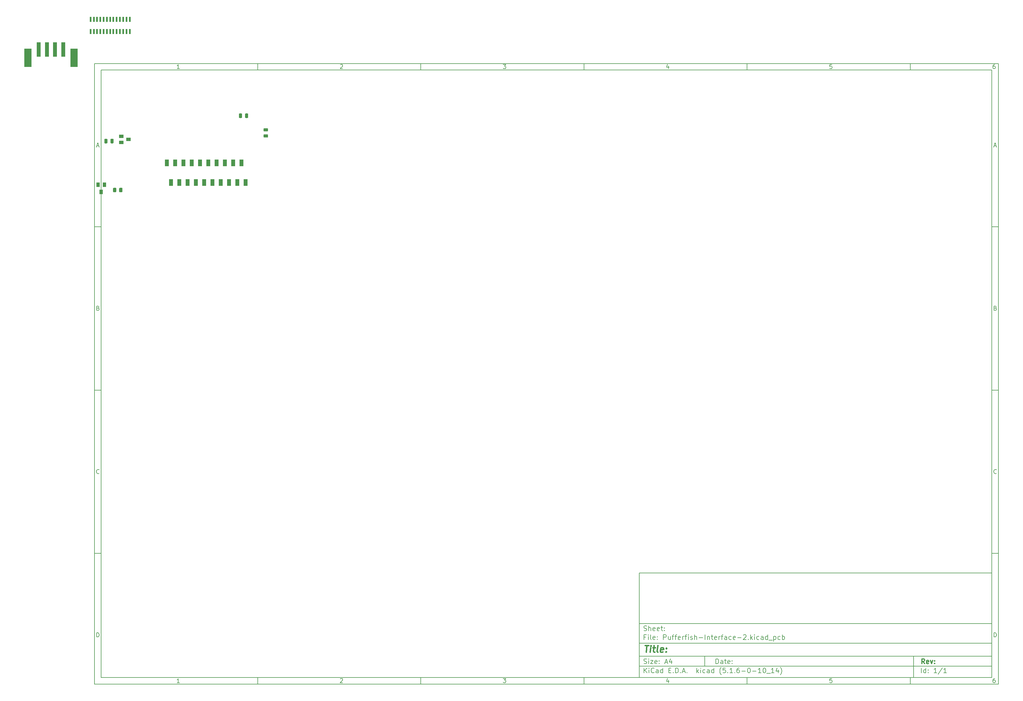
<source format=gbr>
G04 #@! TF.GenerationSoftware,KiCad,Pcbnew,(5.1.6-0-10_14)*
G04 #@! TF.CreationDate,2020-09-30T23:02:33-04:00*
G04 #@! TF.ProjectId,Pufferfish-Interface-2,50756666-6572-4666-9973-682d496e7465,rev?*
G04 #@! TF.SameCoordinates,Original*
G04 #@! TF.FileFunction,Paste,Bot*
G04 #@! TF.FilePolarity,Positive*
%FSLAX46Y46*%
G04 Gerber Fmt 4.6, Leading zero omitted, Abs format (unit mm)*
G04 Created by KiCad (PCBNEW (5.1.6-0-10_14)) date 2020-09-30 23:02:33*
%MOMM*%
%LPD*%
G01*
G04 APERTURE LIST*
%ADD10C,0.100000*%
%ADD11C,0.150000*%
%ADD12C,0.300000*%
%ADD13C,0.400000*%
%ADD14R,2.209800X5.588000*%
%ADD15R,1.193800X4.394200*%
%ADD16R,0.600000X1.650000*%
%ADD17R,1.193800X2.006600*%
%ADD18R,1.400000X1.000000*%
%ADD19R,1.000000X1.400000*%
G04 APERTURE END LIST*
D10*
D11*
X177002200Y-166007200D02*
X177002200Y-198007200D01*
X285002200Y-198007200D01*
X285002200Y-166007200D01*
X177002200Y-166007200D01*
D10*
D11*
X10000000Y-10000000D02*
X10000000Y-200007200D01*
X287002200Y-200007200D01*
X287002200Y-10000000D01*
X10000000Y-10000000D01*
D10*
D11*
X12000000Y-12000000D02*
X12000000Y-198007200D01*
X285002200Y-198007200D01*
X285002200Y-12000000D01*
X12000000Y-12000000D01*
D10*
D11*
X60000000Y-12000000D02*
X60000000Y-10000000D01*
D10*
D11*
X110000000Y-12000000D02*
X110000000Y-10000000D01*
D10*
D11*
X160000000Y-12000000D02*
X160000000Y-10000000D01*
D10*
D11*
X210000000Y-12000000D02*
X210000000Y-10000000D01*
D10*
D11*
X260000000Y-12000000D02*
X260000000Y-10000000D01*
D10*
D11*
X36065476Y-11588095D02*
X35322619Y-11588095D01*
X35694047Y-11588095D02*
X35694047Y-10288095D01*
X35570238Y-10473809D01*
X35446428Y-10597619D01*
X35322619Y-10659523D01*
D10*
D11*
X85322619Y-10411904D02*
X85384523Y-10350000D01*
X85508333Y-10288095D01*
X85817857Y-10288095D01*
X85941666Y-10350000D01*
X86003571Y-10411904D01*
X86065476Y-10535714D01*
X86065476Y-10659523D01*
X86003571Y-10845238D01*
X85260714Y-11588095D01*
X86065476Y-11588095D01*
D10*
D11*
X135260714Y-10288095D02*
X136065476Y-10288095D01*
X135632142Y-10783333D01*
X135817857Y-10783333D01*
X135941666Y-10845238D01*
X136003571Y-10907142D01*
X136065476Y-11030952D01*
X136065476Y-11340476D01*
X136003571Y-11464285D01*
X135941666Y-11526190D01*
X135817857Y-11588095D01*
X135446428Y-11588095D01*
X135322619Y-11526190D01*
X135260714Y-11464285D01*
D10*
D11*
X185941666Y-10721428D02*
X185941666Y-11588095D01*
X185632142Y-10226190D02*
X185322619Y-11154761D01*
X186127380Y-11154761D01*
D10*
D11*
X236003571Y-10288095D02*
X235384523Y-10288095D01*
X235322619Y-10907142D01*
X235384523Y-10845238D01*
X235508333Y-10783333D01*
X235817857Y-10783333D01*
X235941666Y-10845238D01*
X236003571Y-10907142D01*
X236065476Y-11030952D01*
X236065476Y-11340476D01*
X236003571Y-11464285D01*
X235941666Y-11526190D01*
X235817857Y-11588095D01*
X235508333Y-11588095D01*
X235384523Y-11526190D01*
X235322619Y-11464285D01*
D10*
D11*
X285941666Y-10288095D02*
X285694047Y-10288095D01*
X285570238Y-10350000D01*
X285508333Y-10411904D01*
X285384523Y-10597619D01*
X285322619Y-10845238D01*
X285322619Y-11340476D01*
X285384523Y-11464285D01*
X285446428Y-11526190D01*
X285570238Y-11588095D01*
X285817857Y-11588095D01*
X285941666Y-11526190D01*
X286003571Y-11464285D01*
X286065476Y-11340476D01*
X286065476Y-11030952D01*
X286003571Y-10907142D01*
X285941666Y-10845238D01*
X285817857Y-10783333D01*
X285570238Y-10783333D01*
X285446428Y-10845238D01*
X285384523Y-10907142D01*
X285322619Y-11030952D01*
D10*
D11*
X60000000Y-198007200D02*
X60000000Y-200007200D01*
D10*
D11*
X110000000Y-198007200D02*
X110000000Y-200007200D01*
D10*
D11*
X160000000Y-198007200D02*
X160000000Y-200007200D01*
D10*
D11*
X210000000Y-198007200D02*
X210000000Y-200007200D01*
D10*
D11*
X260000000Y-198007200D02*
X260000000Y-200007200D01*
D10*
D11*
X36065476Y-199595295D02*
X35322619Y-199595295D01*
X35694047Y-199595295D02*
X35694047Y-198295295D01*
X35570238Y-198481009D01*
X35446428Y-198604819D01*
X35322619Y-198666723D01*
D10*
D11*
X85322619Y-198419104D02*
X85384523Y-198357200D01*
X85508333Y-198295295D01*
X85817857Y-198295295D01*
X85941666Y-198357200D01*
X86003571Y-198419104D01*
X86065476Y-198542914D01*
X86065476Y-198666723D01*
X86003571Y-198852438D01*
X85260714Y-199595295D01*
X86065476Y-199595295D01*
D10*
D11*
X135260714Y-198295295D02*
X136065476Y-198295295D01*
X135632142Y-198790533D01*
X135817857Y-198790533D01*
X135941666Y-198852438D01*
X136003571Y-198914342D01*
X136065476Y-199038152D01*
X136065476Y-199347676D01*
X136003571Y-199471485D01*
X135941666Y-199533390D01*
X135817857Y-199595295D01*
X135446428Y-199595295D01*
X135322619Y-199533390D01*
X135260714Y-199471485D01*
D10*
D11*
X185941666Y-198728628D02*
X185941666Y-199595295D01*
X185632142Y-198233390D02*
X185322619Y-199161961D01*
X186127380Y-199161961D01*
D10*
D11*
X236003571Y-198295295D02*
X235384523Y-198295295D01*
X235322619Y-198914342D01*
X235384523Y-198852438D01*
X235508333Y-198790533D01*
X235817857Y-198790533D01*
X235941666Y-198852438D01*
X236003571Y-198914342D01*
X236065476Y-199038152D01*
X236065476Y-199347676D01*
X236003571Y-199471485D01*
X235941666Y-199533390D01*
X235817857Y-199595295D01*
X235508333Y-199595295D01*
X235384523Y-199533390D01*
X235322619Y-199471485D01*
D10*
D11*
X285941666Y-198295295D02*
X285694047Y-198295295D01*
X285570238Y-198357200D01*
X285508333Y-198419104D01*
X285384523Y-198604819D01*
X285322619Y-198852438D01*
X285322619Y-199347676D01*
X285384523Y-199471485D01*
X285446428Y-199533390D01*
X285570238Y-199595295D01*
X285817857Y-199595295D01*
X285941666Y-199533390D01*
X286003571Y-199471485D01*
X286065476Y-199347676D01*
X286065476Y-199038152D01*
X286003571Y-198914342D01*
X285941666Y-198852438D01*
X285817857Y-198790533D01*
X285570238Y-198790533D01*
X285446428Y-198852438D01*
X285384523Y-198914342D01*
X285322619Y-199038152D01*
D10*
D11*
X10000000Y-60000000D02*
X12000000Y-60000000D01*
D10*
D11*
X10000000Y-110000000D02*
X12000000Y-110000000D01*
D10*
D11*
X10000000Y-160000000D02*
X12000000Y-160000000D01*
D10*
D11*
X10690476Y-35216666D02*
X11309523Y-35216666D01*
X10566666Y-35588095D02*
X11000000Y-34288095D01*
X11433333Y-35588095D01*
D10*
D11*
X11092857Y-84907142D02*
X11278571Y-84969047D01*
X11340476Y-85030952D01*
X11402380Y-85154761D01*
X11402380Y-85340476D01*
X11340476Y-85464285D01*
X11278571Y-85526190D01*
X11154761Y-85588095D01*
X10659523Y-85588095D01*
X10659523Y-84288095D01*
X11092857Y-84288095D01*
X11216666Y-84350000D01*
X11278571Y-84411904D01*
X11340476Y-84535714D01*
X11340476Y-84659523D01*
X11278571Y-84783333D01*
X11216666Y-84845238D01*
X11092857Y-84907142D01*
X10659523Y-84907142D01*
D10*
D11*
X11402380Y-135464285D02*
X11340476Y-135526190D01*
X11154761Y-135588095D01*
X11030952Y-135588095D01*
X10845238Y-135526190D01*
X10721428Y-135402380D01*
X10659523Y-135278571D01*
X10597619Y-135030952D01*
X10597619Y-134845238D01*
X10659523Y-134597619D01*
X10721428Y-134473809D01*
X10845238Y-134350000D01*
X11030952Y-134288095D01*
X11154761Y-134288095D01*
X11340476Y-134350000D01*
X11402380Y-134411904D01*
D10*
D11*
X10659523Y-185588095D02*
X10659523Y-184288095D01*
X10969047Y-184288095D01*
X11154761Y-184350000D01*
X11278571Y-184473809D01*
X11340476Y-184597619D01*
X11402380Y-184845238D01*
X11402380Y-185030952D01*
X11340476Y-185278571D01*
X11278571Y-185402380D01*
X11154761Y-185526190D01*
X10969047Y-185588095D01*
X10659523Y-185588095D01*
D10*
D11*
X287002200Y-60000000D02*
X285002200Y-60000000D01*
D10*
D11*
X287002200Y-110000000D02*
X285002200Y-110000000D01*
D10*
D11*
X287002200Y-160000000D02*
X285002200Y-160000000D01*
D10*
D11*
X285692676Y-35216666D02*
X286311723Y-35216666D01*
X285568866Y-35588095D02*
X286002200Y-34288095D01*
X286435533Y-35588095D01*
D10*
D11*
X286095057Y-84907142D02*
X286280771Y-84969047D01*
X286342676Y-85030952D01*
X286404580Y-85154761D01*
X286404580Y-85340476D01*
X286342676Y-85464285D01*
X286280771Y-85526190D01*
X286156961Y-85588095D01*
X285661723Y-85588095D01*
X285661723Y-84288095D01*
X286095057Y-84288095D01*
X286218866Y-84350000D01*
X286280771Y-84411904D01*
X286342676Y-84535714D01*
X286342676Y-84659523D01*
X286280771Y-84783333D01*
X286218866Y-84845238D01*
X286095057Y-84907142D01*
X285661723Y-84907142D01*
D10*
D11*
X286404580Y-135464285D02*
X286342676Y-135526190D01*
X286156961Y-135588095D01*
X286033152Y-135588095D01*
X285847438Y-135526190D01*
X285723628Y-135402380D01*
X285661723Y-135278571D01*
X285599819Y-135030952D01*
X285599819Y-134845238D01*
X285661723Y-134597619D01*
X285723628Y-134473809D01*
X285847438Y-134350000D01*
X286033152Y-134288095D01*
X286156961Y-134288095D01*
X286342676Y-134350000D01*
X286404580Y-134411904D01*
D10*
D11*
X285661723Y-185588095D02*
X285661723Y-184288095D01*
X285971247Y-184288095D01*
X286156961Y-184350000D01*
X286280771Y-184473809D01*
X286342676Y-184597619D01*
X286404580Y-184845238D01*
X286404580Y-185030952D01*
X286342676Y-185278571D01*
X286280771Y-185402380D01*
X286156961Y-185526190D01*
X285971247Y-185588095D01*
X285661723Y-185588095D01*
D10*
D11*
X200434342Y-193785771D02*
X200434342Y-192285771D01*
X200791485Y-192285771D01*
X201005771Y-192357200D01*
X201148628Y-192500057D01*
X201220057Y-192642914D01*
X201291485Y-192928628D01*
X201291485Y-193142914D01*
X201220057Y-193428628D01*
X201148628Y-193571485D01*
X201005771Y-193714342D01*
X200791485Y-193785771D01*
X200434342Y-193785771D01*
X202577200Y-193785771D02*
X202577200Y-193000057D01*
X202505771Y-192857200D01*
X202362914Y-192785771D01*
X202077200Y-192785771D01*
X201934342Y-192857200D01*
X202577200Y-193714342D02*
X202434342Y-193785771D01*
X202077200Y-193785771D01*
X201934342Y-193714342D01*
X201862914Y-193571485D01*
X201862914Y-193428628D01*
X201934342Y-193285771D01*
X202077200Y-193214342D01*
X202434342Y-193214342D01*
X202577200Y-193142914D01*
X203077200Y-192785771D02*
X203648628Y-192785771D01*
X203291485Y-192285771D02*
X203291485Y-193571485D01*
X203362914Y-193714342D01*
X203505771Y-193785771D01*
X203648628Y-193785771D01*
X204720057Y-193714342D02*
X204577200Y-193785771D01*
X204291485Y-193785771D01*
X204148628Y-193714342D01*
X204077200Y-193571485D01*
X204077200Y-193000057D01*
X204148628Y-192857200D01*
X204291485Y-192785771D01*
X204577200Y-192785771D01*
X204720057Y-192857200D01*
X204791485Y-193000057D01*
X204791485Y-193142914D01*
X204077200Y-193285771D01*
X205434342Y-193642914D02*
X205505771Y-193714342D01*
X205434342Y-193785771D01*
X205362914Y-193714342D01*
X205434342Y-193642914D01*
X205434342Y-193785771D01*
X205434342Y-192857200D02*
X205505771Y-192928628D01*
X205434342Y-193000057D01*
X205362914Y-192928628D01*
X205434342Y-192857200D01*
X205434342Y-193000057D01*
D10*
D11*
X177002200Y-194507200D02*
X285002200Y-194507200D01*
D10*
D11*
X178434342Y-196585771D02*
X178434342Y-195085771D01*
X179291485Y-196585771D02*
X178648628Y-195728628D01*
X179291485Y-195085771D02*
X178434342Y-195942914D01*
X179934342Y-196585771D02*
X179934342Y-195585771D01*
X179934342Y-195085771D02*
X179862914Y-195157200D01*
X179934342Y-195228628D01*
X180005771Y-195157200D01*
X179934342Y-195085771D01*
X179934342Y-195228628D01*
X181505771Y-196442914D02*
X181434342Y-196514342D01*
X181220057Y-196585771D01*
X181077200Y-196585771D01*
X180862914Y-196514342D01*
X180720057Y-196371485D01*
X180648628Y-196228628D01*
X180577200Y-195942914D01*
X180577200Y-195728628D01*
X180648628Y-195442914D01*
X180720057Y-195300057D01*
X180862914Y-195157200D01*
X181077200Y-195085771D01*
X181220057Y-195085771D01*
X181434342Y-195157200D01*
X181505771Y-195228628D01*
X182791485Y-196585771D02*
X182791485Y-195800057D01*
X182720057Y-195657200D01*
X182577200Y-195585771D01*
X182291485Y-195585771D01*
X182148628Y-195657200D01*
X182791485Y-196514342D02*
X182648628Y-196585771D01*
X182291485Y-196585771D01*
X182148628Y-196514342D01*
X182077200Y-196371485D01*
X182077200Y-196228628D01*
X182148628Y-196085771D01*
X182291485Y-196014342D01*
X182648628Y-196014342D01*
X182791485Y-195942914D01*
X184148628Y-196585771D02*
X184148628Y-195085771D01*
X184148628Y-196514342D02*
X184005771Y-196585771D01*
X183720057Y-196585771D01*
X183577200Y-196514342D01*
X183505771Y-196442914D01*
X183434342Y-196300057D01*
X183434342Y-195871485D01*
X183505771Y-195728628D01*
X183577200Y-195657200D01*
X183720057Y-195585771D01*
X184005771Y-195585771D01*
X184148628Y-195657200D01*
X186005771Y-195800057D02*
X186505771Y-195800057D01*
X186720057Y-196585771D02*
X186005771Y-196585771D01*
X186005771Y-195085771D01*
X186720057Y-195085771D01*
X187362914Y-196442914D02*
X187434342Y-196514342D01*
X187362914Y-196585771D01*
X187291485Y-196514342D01*
X187362914Y-196442914D01*
X187362914Y-196585771D01*
X188077200Y-196585771D02*
X188077200Y-195085771D01*
X188434342Y-195085771D01*
X188648628Y-195157200D01*
X188791485Y-195300057D01*
X188862914Y-195442914D01*
X188934342Y-195728628D01*
X188934342Y-195942914D01*
X188862914Y-196228628D01*
X188791485Y-196371485D01*
X188648628Y-196514342D01*
X188434342Y-196585771D01*
X188077200Y-196585771D01*
X189577200Y-196442914D02*
X189648628Y-196514342D01*
X189577200Y-196585771D01*
X189505771Y-196514342D01*
X189577200Y-196442914D01*
X189577200Y-196585771D01*
X190220057Y-196157200D02*
X190934342Y-196157200D01*
X190077200Y-196585771D02*
X190577200Y-195085771D01*
X191077200Y-196585771D01*
X191577200Y-196442914D02*
X191648628Y-196514342D01*
X191577200Y-196585771D01*
X191505771Y-196514342D01*
X191577200Y-196442914D01*
X191577200Y-196585771D01*
X194577200Y-196585771D02*
X194577200Y-195085771D01*
X194720057Y-196014342D02*
X195148628Y-196585771D01*
X195148628Y-195585771D02*
X194577200Y-196157200D01*
X195791485Y-196585771D02*
X195791485Y-195585771D01*
X195791485Y-195085771D02*
X195720057Y-195157200D01*
X195791485Y-195228628D01*
X195862914Y-195157200D01*
X195791485Y-195085771D01*
X195791485Y-195228628D01*
X197148628Y-196514342D02*
X197005771Y-196585771D01*
X196720057Y-196585771D01*
X196577200Y-196514342D01*
X196505771Y-196442914D01*
X196434342Y-196300057D01*
X196434342Y-195871485D01*
X196505771Y-195728628D01*
X196577200Y-195657200D01*
X196720057Y-195585771D01*
X197005771Y-195585771D01*
X197148628Y-195657200D01*
X198434342Y-196585771D02*
X198434342Y-195800057D01*
X198362914Y-195657200D01*
X198220057Y-195585771D01*
X197934342Y-195585771D01*
X197791485Y-195657200D01*
X198434342Y-196514342D02*
X198291485Y-196585771D01*
X197934342Y-196585771D01*
X197791485Y-196514342D01*
X197720057Y-196371485D01*
X197720057Y-196228628D01*
X197791485Y-196085771D01*
X197934342Y-196014342D01*
X198291485Y-196014342D01*
X198434342Y-195942914D01*
X199791485Y-196585771D02*
X199791485Y-195085771D01*
X199791485Y-196514342D02*
X199648628Y-196585771D01*
X199362914Y-196585771D01*
X199220057Y-196514342D01*
X199148628Y-196442914D01*
X199077200Y-196300057D01*
X199077200Y-195871485D01*
X199148628Y-195728628D01*
X199220057Y-195657200D01*
X199362914Y-195585771D01*
X199648628Y-195585771D01*
X199791485Y-195657200D01*
X202077200Y-197157200D02*
X202005771Y-197085771D01*
X201862914Y-196871485D01*
X201791485Y-196728628D01*
X201720057Y-196514342D01*
X201648628Y-196157200D01*
X201648628Y-195871485D01*
X201720057Y-195514342D01*
X201791485Y-195300057D01*
X201862914Y-195157200D01*
X202005771Y-194942914D01*
X202077200Y-194871485D01*
X203362914Y-195085771D02*
X202648628Y-195085771D01*
X202577200Y-195800057D01*
X202648628Y-195728628D01*
X202791485Y-195657200D01*
X203148628Y-195657200D01*
X203291485Y-195728628D01*
X203362914Y-195800057D01*
X203434342Y-195942914D01*
X203434342Y-196300057D01*
X203362914Y-196442914D01*
X203291485Y-196514342D01*
X203148628Y-196585771D01*
X202791485Y-196585771D01*
X202648628Y-196514342D01*
X202577200Y-196442914D01*
X204077200Y-196442914D02*
X204148628Y-196514342D01*
X204077200Y-196585771D01*
X204005771Y-196514342D01*
X204077200Y-196442914D01*
X204077200Y-196585771D01*
X205577200Y-196585771D02*
X204720057Y-196585771D01*
X205148628Y-196585771D02*
X205148628Y-195085771D01*
X205005771Y-195300057D01*
X204862914Y-195442914D01*
X204720057Y-195514342D01*
X206220057Y-196442914D02*
X206291485Y-196514342D01*
X206220057Y-196585771D01*
X206148628Y-196514342D01*
X206220057Y-196442914D01*
X206220057Y-196585771D01*
X207577200Y-195085771D02*
X207291485Y-195085771D01*
X207148628Y-195157200D01*
X207077200Y-195228628D01*
X206934342Y-195442914D01*
X206862914Y-195728628D01*
X206862914Y-196300057D01*
X206934342Y-196442914D01*
X207005771Y-196514342D01*
X207148628Y-196585771D01*
X207434342Y-196585771D01*
X207577200Y-196514342D01*
X207648628Y-196442914D01*
X207720057Y-196300057D01*
X207720057Y-195942914D01*
X207648628Y-195800057D01*
X207577200Y-195728628D01*
X207434342Y-195657200D01*
X207148628Y-195657200D01*
X207005771Y-195728628D01*
X206934342Y-195800057D01*
X206862914Y-195942914D01*
X208362914Y-196014342D02*
X209505771Y-196014342D01*
X210505771Y-195085771D02*
X210648628Y-195085771D01*
X210791485Y-195157200D01*
X210862914Y-195228628D01*
X210934342Y-195371485D01*
X211005771Y-195657200D01*
X211005771Y-196014342D01*
X210934342Y-196300057D01*
X210862914Y-196442914D01*
X210791485Y-196514342D01*
X210648628Y-196585771D01*
X210505771Y-196585771D01*
X210362914Y-196514342D01*
X210291485Y-196442914D01*
X210220057Y-196300057D01*
X210148628Y-196014342D01*
X210148628Y-195657200D01*
X210220057Y-195371485D01*
X210291485Y-195228628D01*
X210362914Y-195157200D01*
X210505771Y-195085771D01*
X211648628Y-196014342D02*
X212791485Y-196014342D01*
X214291485Y-196585771D02*
X213434342Y-196585771D01*
X213862914Y-196585771D02*
X213862914Y-195085771D01*
X213720057Y-195300057D01*
X213577200Y-195442914D01*
X213434342Y-195514342D01*
X215220057Y-195085771D02*
X215362914Y-195085771D01*
X215505771Y-195157200D01*
X215577200Y-195228628D01*
X215648628Y-195371485D01*
X215720057Y-195657200D01*
X215720057Y-196014342D01*
X215648628Y-196300057D01*
X215577200Y-196442914D01*
X215505771Y-196514342D01*
X215362914Y-196585771D01*
X215220057Y-196585771D01*
X215077200Y-196514342D01*
X215005771Y-196442914D01*
X214934342Y-196300057D01*
X214862914Y-196014342D01*
X214862914Y-195657200D01*
X214934342Y-195371485D01*
X215005771Y-195228628D01*
X215077200Y-195157200D01*
X215220057Y-195085771D01*
X216005771Y-196728628D02*
X217148628Y-196728628D01*
X218291485Y-196585771D02*
X217434342Y-196585771D01*
X217862914Y-196585771D02*
X217862914Y-195085771D01*
X217720057Y-195300057D01*
X217577200Y-195442914D01*
X217434342Y-195514342D01*
X219577200Y-195585771D02*
X219577200Y-196585771D01*
X219220057Y-195014342D02*
X218862914Y-196085771D01*
X219791485Y-196085771D01*
X220220057Y-197157200D02*
X220291485Y-197085771D01*
X220434342Y-196871485D01*
X220505771Y-196728628D01*
X220577200Y-196514342D01*
X220648628Y-196157200D01*
X220648628Y-195871485D01*
X220577200Y-195514342D01*
X220505771Y-195300057D01*
X220434342Y-195157200D01*
X220291485Y-194942914D01*
X220220057Y-194871485D01*
D10*
D11*
X177002200Y-191507200D02*
X285002200Y-191507200D01*
D10*
D12*
X264411485Y-193785771D02*
X263911485Y-193071485D01*
X263554342Y-193785771D02*
X263554342Y-192285771D01*
X264125771Y-192285771D01*
X264268628Y-192357200D01*
X264340057Y-192428628D01*
X264411485Y-192571485D01*
X264411485Y-192785771D01*
X264340057Y-192928628D01*
X264268628Y-193000057D01*
X264125771Y-193071485D01*
X263554342Y-193071485D01*
X265625771Y-193714342D02*
X265482914Y-193785771D01*
X265197200Y-193785771D01*
X265054342Y-193714342D01*
X264982914Y-193571485D01*
X264982914Y-193000057D01*
X265054342Y-192857200D01*
X265197200Y-192785771D01*
X265482914Y-192785771D01*
X265625771Y-192857200D01*
X265697200Y-193000057D01*
X265697200Y-193142914D01*
X264982914Y-193285771D01*
X266197200Y-192785771D02*
X266554342Y-193785771D01*
X266911485Y-192785771D01*
X267482914Y-193642914D02*
X267554342Y-193714342D01*
X267482914Y-193785771D01*
X267411485Y-193714342D01*
X267482914Y-193642914D01*
X267482914Y-193785771D01*
X267482914Y-192857200D02*
X267554342Y-192928628D01*
X267482914Y-193000057D01*
X267411485Y-192928628D01*
X267482914Y-192857200D01*
X267482914Y-193000057D01*
D10*
D11*
X178362914Y-193714342D02*
X178577200Y-193785771D01*
X178934342Y-193785771D01*
X179077200Y-193714342D01*
X179148628Y-193642914D01*
X179220057Y-193500057D01*
X179220057Y-193357200D01*
X179148628Y-193214342D01*
X179077200Y-193142914D01*
X178934342Y-193071485D01*
X178648628Y-193000057D01*
X178505771Y-192928628D01*
X178434342Y-192857200D01*
X178362914Y-192714342D01*
X178362914Y-192571485D01*
X178434342Y-192428628D01*
X178505771Y-192357200D01*
X178648628Y-192285771D01*
X179005771Y-192285771D01*
X179220057Y-192357200D01*
X179862914Y-193785771D02*
X179862914Y-192785771D01*
X179862914Y-192285771D02*
X179791485Y-192357200D01*
X179862914Y-192428628D01*
X179934342Y-192357200D01*
X179862914Y-192285771D01*
X179862914Y-192428628D01*
X180434342Y-192785771D02*
X181220057Y-192785771D01*
X180434342Y-193785771D01*
X181220057Y-193785771D01*
X182362914Y-193714342D02*
X182220057Y-193785771D01*
X181934342Y-193785771D01*
X181791485Y-193714342D01*
X181720057Y-193571485D01*
X181720057Y-193000057D01*
X181791485Y-192857200D01*
X181934342Y-192785771D01*
X182220057Y-192785771D01*
X182362914Y-192857200D01*
X182434342Y-193000057D01*
X182434342Y-193142914D01*
X181720057Y-193285771D01*
X183077200Y-193642914D02*
X183148628Y-193714342D01*
X183077200Y-193785771D01*
X183005771Y-193714342D01*
X183077200Y-193642914D01*
X183077200Y-193785771D01*
X183077200Y-192857200D02*
X183148628Y-192928628D01*
X183077200Y-193000057D01*
X183005771Y-192928628D01*
X183077200Y-192857200D01*
X183077200Y-193000057D01*
X184862914Y-193357200D02*
X185577200Y-193357200D01*
X184720057Y-193785771D02*
X185220057Y-192285771D01*
X185720057Y-193785771D01*
X186862914Y-192785771D02*
X186862914Y-193785771D01*
X186505771Y-192214342D02*
X186148628Y-193285771D01*
X187077200Y-193285771D01*
D10*
D11*
X263434342Y-196585771D02*
X263434342Y-195085771D01*
X264791485Y-196585771D02*
X264791485Y-195085771D01*
X264791485Y-196514342D02*
X264648628Y-196585771D01*
X264362914Y-196585771D01*
X264220057Y-196514342D01*
X264148628Y-196442914D01*
X264077200Y-196300057D01*
X264077200Y-195871485D01*
X264148628Y-195728628D01*
X264220057Y-195657200D01*
X264362914Y-195585771D01*
X264648628Y-195585771D01*
X264791485Y-195657200D01*
X265505771Y-196442914D02*
X265577200Y-196514342D01*
X265505771Y-196585771D01*
X265434342Y-196514342D01*
X265505771Y-196442914D01*
X265505771Y-196585771D01*
X265505771Y-195657200D02*
X265577200Y-195728628D01*
X265505771Y-195800057D01*
X265434342Y-195728628D01*
X265505771Y-195657200D01*
X265505771Y-195800057D01*
X268148628Y-196585771D02*
X267291485Y-196585771D01*
X267720057Y-196585771D02*
X267720057Y-195085771D01*
X267577200Y-195300057D01*
X267434342Y-195442914D01*
X267291485Y-195514342D01*
X269862914Y-195014342D02*
X268577200Y-196942914D01*
X271148628Y-196585771D02*
X270291485Y-196585771D01*
X270720057Y-196585771D02*
X270720057Y-195085771D01*
X270577200Y-195300057D01*
X270434342Y-195442914D01*
X270291485Y-195514342D01*
D10*
D11*
X177002200Y-187507200D02*
X285002200Y-187507200D01*
D10*
D13*
X178714580Y-188211961D02*
X179857438Y-188211961D01*
X179036009Y-190211961D02*
X179286009Y-188211961D01*
X180274104Y-190211961D02*
X180440771Y-188878628D01*
X180524104Y-188211961D02*
X180416961Y-188307200D01*
X180500295Y-188402438D01*
X180607438Y-188307200D01*
X180524104Y-188211961D01*
X180500295Y-188402438D01*
X181107438Y-188878628D02*
X181869342Y-188878628D01*
X181476485Y-188211961D02*
X181262200Y-189926247D01*
X181333628Y-190116723D01*
X181512200Y-190211961D01*
X181702676Y-190211961D01*
X182655057Y-190211961D02*
X182476485Y-190116723D01*
X182405057Y-189926247D01*
X182619342Y-188211961D01*
X184190771Y-190116723D02*
X183988390Y-190211961D01*
X183607438Y-190211961D01*
X183428866Y-190116723D01*
X183357438Y-189926247D01*
X183452676Y-189164342D01*
X183571723Y-188973866D01*
X183774104Y-188878628D01*
X184155057Y-188878628D01*
X184333628Y-188973866D01*
X184405057Y-189164342D01*
X184381247Y-189354819D01*
X183405057Y-189545295D01*
X185155057Y-190021485D02*
X185238390Y-190116723D01*
X185131247Y-190211961D01*
X185047914Y-190116723D01*
X185155057Y-190021485D01*
X185131247Y-190211961D01*
X185286009Y-188973866D02*
X185369342Y-189069104D01*
X185262200Y-189164342D01*
X185178866Y-189069104D01*
X185286009Y-188973866D01*
X185262200Y-189164342D01*
D10*
D11*
X178934342Y-185600057D02*
X178434342Y-185600057D01*
X178434342Y-186385771D02*
X178434342Y-184885771D01*
X179148628Y-184885771D01*
X179720057Y-186385771D02*
X179720057Y-185385771D01*
X179720057Y-184885771D02*
X179648628Y-184957200D01*
X179720057Y-185028628D01*
X179791485Y-184957200D01*
X179720057Y-184885771D01*
X179720057Y-185028628D01*
X180648628Y-186385771D02*
X180505771Y-186314342D01*
X180434342Y-186171485D01*
X180434342Y-184885771D01*
X181791485Y-186314342D02*
X181648628Y-186385771D01*
X181362914Y-186385771D01*
X181220057Y-186314342D01*
X181148628Y-186171485D01*
X181148628Y-185600057D01*
X181220057Y-185457200D01*
X181362914Y-185385771D01*
X181648628Y-185385771D01*
X181791485Y-185457200D01*
X181862914Y-185600057D01*
X181862914Y-185742914D01*
X181148628Y-185885771D01*
X182505771Y-186242914D02*
X182577200Y-186314342D01*
X182505771Y-186385771D01*
X182434342Y-186314342D01*
X182505771Y-186242914D01*
X182505771Y-186385771D01*
X182505771Y-185457200D02*
X182577200Y-185528628D01*
X182505771Y-185600057D01*
X182434342Y-185528628D01*
X182505771Y-185457200D01*
X182505771Y-185600057D01*
X184362914Y-186385771D02*
X184362914Y-184885771D01*
X184934342Y-184885771D01*
X185077200Y-184957200D01*
X185148628Y-185028628D01*
X185220057Y-185171485D01*
X185220057Y-185385771D01*
X185148628Y-185528628D01*
X185077200Y-185600057D01*
X184934342Y-185671485D01*
X184362914Y-185671485D01*
X186505771Y-185385771D02*
X186505771Y-186385771D01*
X185862914Y-185385771D02*
X185862914Y-186171485D01*
X185934342Y-186314342D01*
X186077200Y-186385771D01*
X186291485Y-186385771D01*
X186434342Y-186314342D01*
X186505771Y-186242914D01*
X187005771Y-185385771D02*
X187577200Y-185385771D01*
X187220057Y-186385771D02*
X187220057Y-185100057D01*
X187291485Y-184957200D01*
X187434342Y-184885771D01*
X187577200Y-184885771D01*
X187862914Y-185385771D02*
X188434342Y-185385771D01*
X188077200Y-186385771D02*
X188077200Y-185100057D01*
X188148628Y-184957200D01*
X188291485Y-184885771D01*
X188434342Y-184885771D01*
X189505771Y-186314342D02*
X189362914Y-186385771D01*
X189077200Y-186385771D01*
X188934342Y-186314342D01*
X188862914Y-186171485D01*
X188862914Y-185600057D01*
X188934342Y-185457200D01*
X189077200Y-185385771D01*
X189362914Y-185385771D01*
X189505771Y-185457200D01*
X189577200Y-185600057D01*
X189577200Y-185742914D01*
X188862914Y-185885771D01*
X190220057Y-186385771D02*
X190220057Y-185385771D01*
X190220057Y-185671485D02*
X190291485Y-185528628D01*
X190362914Y-185457200D01*
X190505771Y-185385771D01*
X190648628Y-185385771D01*
X190934342Y-185385771D02*
X191505771Y-185385771D01*
X191148628Y-186385771D02*
X191148628Y-185100057D01*
X191220057Y-184957200D01*
X191362914Y-184885771D01*
X191505771Y-184885771D01*
X192005771Y-186385771D02*
X192005771Y-185385771D01*
X192005771Y-184885771D02*
X191934342Y-184957200D01*
X192005771Y-185028628D01*
X192077200Y-184957200D01*
X192005771Y-184885771D01*
X192005771Y-185028628D01*
X192648628Y-186314342D02*
X192791485Y-186385771D01*
X193077200Y-186385771D01*
X193220057Y-186314342D01*
X193291485Y-186171485D01*
X193291485Y-186100057D01*
X193220057Y-185957200D01*
X193077200Y-185885771D01*
X192862914Y-185885771D01*
X192720057Y-185814342D01*
X192648628Y-185671485D01*
X192648628Y-185600057D01*
X192720057Y-185457200D01*
X192862914Y-185385771D01*
X193077200Y-185385771D01*
X193220057Y-185457200D01*
X193934342Y-186385771D02*
X193934342Y-184885771D01*
X194577200Y-186385771D02*
X194577200Y-185600057D01*
X194505771Y-185457200D01*
X194362914Y-185385771D01*
X194148628Y-185385771D01*
X194005771Y-185457200D01*
X193934342Y-185528628D01*
X195291485Y-185814342D02*
X196434342Y-185814342D01*
X197148628Y-186385771D02*
X197148628Y-184885771D01*
X197862914Y-185385771D02*
X197862914Y-186385771D01*
X197862914Y-185528628D02*
X197934342Y-185457200D01*
X198077200Y-185385771D01*
X198291485Y-185385771D01*
X198434342Y-185457200D01*
X198505771Y-185600057D01*
X198505771Y-186385771D01*
X199005771Y-185385771D02*
X199577200Y-185385771D01*
X199220057Y-184885771D02*
X199220057Y-186171485D01*
X199291485Y-186314342D01*
X199434342Y-186385771D01*
X199577200Y-186385771D01*
X200648628Y-186314342D02*
X200505771Y-186385771D01*
X200220057Y-186385771D01*
X200077200Y-186314342D01*
X200005771Y-186171485D01*
X200005771Y-185600057D01*
X200077200Y-185457200D01*
X200220057Y-185385771D01*
X200505771Y-185385771D01*
X200648628Y-185457200D01*
X200720057Y-185600057D01*
X200720057Y-185742914D01*
X200005771Y-185885771D01*
X201362914Y-186385771D02*
X201362914Y-185385771D01*
X201362914Y-185671485D02*
X201434342Y-185528628D01*
X201505771Y-185457200D01*
X201648628Y-185385771D01*
X201791485Y-185385771D01*
X202077200Y-185385771D02*
X202648628Y-185385771D01*
X202291485Y-186385771D02*
X202291485Y-185100057D01*
X202362914Y-184957200D01*
X202505771Y-184885771D01*
X202648628Y-184885771D01*
X203791485Y-186385771D02*
X203791485Y-185600057D01*
X203720057Y-185457200D01*
X203577200Y-185385771D01*
X203291485Y-185385771D01*
X203148628Y-185457200D01*
X203791485Y-186314342D02*
X203648628Y-186385771D01*
X203291485Y-186385771D01*
X203148628Y-186314342D01*
X203077200Y-186171485D01*
X203077200Y-186028628D01*
X203148628Y-185885771D01*
X203291485Y-185814342D01*
X203648628Y-185814342D01*
X203791485Y-185742914D01*
X205148628Y-186314342D02*
X205005771Y-186385771D01*
X204720057Y-186385771D01*
X204577200Y-186314342D01*
X204505771Y-186242914D01*
X204434342Y-186100057D01*
X204434342Y-185671485D01*
X204505771Y-185528628D01*
X204577200Y-185457200D01*
X204720057Y-185385771D01*
X205005771Y-185385771D01*
X205148628Y-185457200D01*
X206362914Y-186314342D02*
X206220057Y-186385771D01*
X205934342Y-186385771D01*
X205791485Y-186314342D01*
X205720057Y-186171485D01*
X205720057Y-185600057D01*
X205791485Y-185457200D01*
X205934342Y-185385771D01*
X206220057Y-185385771D01*
X206362914Y-185457200D01*
X206434342Y-185600057D01*
X206434342Y-185742914D01*
X205720057Y-185885771D01*
X207077200Y-185814342D02*
X208220057Y-185814342D01*
X208862914Y-185028628D02*
X208934342Y-184957200D01*
X209077200Y-184885771D01*
X209434342Y-184885771D01*
X209577200Y-184957200D01*
X209648628Y-185028628D01*
X209720057Y-185171485D01*
X209720057Y-185314342D01*
X209648628Y-185528628D01*
X208791485Y-186385771D01*
X209720057Y-186385771D01*
X210362914Y-186242914D02*
X210434342Y-186314342D01*
X210362914Y-186385771D01*
X210291485Y-186314342D01*
X210362914Y-186242914D01*
X210362914Y-186385771D01*
X211077200Y-186385771D02*
X211077200Y-184885771D01*
X211220057Y-185814342D02*
X211648628Y-186385771D01*
X211648628Y-185385771D02*
X211077200Y-185957200D01*
X212291485Y-186385771D02*
X212291485Y-185385771D01*
X212291485Y-184885771D02*
X212220057Y-184957200D01*
X212291485Y-185028628D01*
X212362914Y-184957200D01*
X212291485Y-184885771D01*
X212291485Y-185028628D01*
X213648628Y-186314342D02*
X213505771Y-186385771D01*
X213220057Y-186385771D01*
X213077200Y-186314342D01*
X213005771Y-186242914D01*
X212934342Y-186100057D01*
X212934342Y-185671485D01*
X213005771Y-185528628D01*
X213077200Y-185457200D01*
X213220057Y-185385771D01*
X213505771Y-185385771D01*
X213648628Y-185457200D01*
X214934342Y-186385771D02*
X214934342Y-185600057D01*
X214862914Y-185457200D01*
X214720057Y-185385771D01*
X214434342Y-185385771D01*
X214291485Y-185457200D01*
X214934342Y-186314342D02*
X214791485Y-186385771D01*
X214434342Y-186385771D01*
X214291485Y-186314342D01*
X214220057Y-186171485D01*
X214220057Y-186028628D01*
X214291485Y-185885771D01*
X214434342Y-185814342D01*
X214791485Y-185814342D01*
X214934342Y-185742914D01*
X216291485Y-186385771D02*
X216291485Y-184885771D01*
X216291485Y-186314342D02*
X216148628Y-186385771D01*
X215862914Y-186385771D01*
X215720057Y-186314342D01*
X215648628Y-186242914D01*
X215577200Y-186100057D01*
X215577200Y-185671485D01*
X215648628Y-185528628D01*
X215720057Y-185457200D01*
X215862914Y-185385771D01*
X216148628Y-185385771D01*
X216291485Y-185457200D01*
X216648628Y-186528628D02*
X217791485Y-186528628D01*
X218148628Y-185385771D02*
X218148628Y-186885771D01*
X218148628Y-185457200D02*
X218291485Y-185385771D01*
X218577200Y-185385771D01*
X218720057Y-185457200D01*
X218791485Y-185528628D01*
X218862914Y-185671485D01*
X218862914Y-186100057D01*
X218791485Y-186242914D01*
X218720057Y-186314342D01*
X218577200Y-186385771D01*
X218291485Y-186385771D01*
X218148628Y-186314342D01*
X220148628Y-186314342D02*
X220005771Y-186385771D01*
X219720057Y-186385771D01*
X219577200Y-186314342D01*
X219505771Y-186242914D01*
X219434342Y-186100057D01*
X219434342Y-185671485D01*
X219505771Y-185528628D01*
X219577200Y-185457200D01*
X219720057Y-185385771D01*
X220005771Y-185385771D01*
X220148628Y-185457200D01*
X220791485Y-186385771D02*
X220791485Y-184885771D01*
X220791485Y-185457200D02*
X220934342Y-185385771D01*
X221220057Y-185385771D01*
X221362914Y-185457200D01*
X221434342Y-185528628D01*
X221505771Y-185671485D01*
X221505771Y-186100057D01*
X221434342Y-186242914D01*
X221362914Y-186314342D01*
X221220057Y-186385771D01*
X220934342Y-186385771D01*
X220791485Y-186314342D01*
D10*
D11*
X177002200Y-181507200D02*
X285002200Y-181507200D01*
D10*
D11*
X178362914Y-183614342D02*
X178577200Y-183685771D01*
X178934342Y-183685771D01*
X179077200Y-183614342D01*
X179148628Y-183542914D01*
X179220057Y-183400057D01*
X179220057Y-183257200D01*
X179148628Y-183114342D01*
X179077200Y-183042914D01*
X178934342Y-182971485D01*
X178648628Y-182900057D01*
X178505771Y-182828628D01*
X178434342Y-182757200D01*
X178362914Y-182614342D01*
X178362914Y-182471485D01*
X178434342Y-182328628D01*
X178505771Y-182257200D01*
X178648628Y-182185771D01*
X179005771Y-182185771D01*
X179220057Y-182257200D01*
X179862914Y-183685771D02*
X179862914Y-182185771D01*
X180505771Y-183685771D02*
X180505771Y-182900057D01*
X180434342Y-182757200D01*
X180291485Y-182685771D01*
X180077200Y-182685771D01*
X179934342Y-182757200D01*
X179862914Y-182828628D01*
X181791485Y-183614342D02*
X181648628Y-183685771D01*
X181362914Y-183685771D01*
X181220057Y-183614342D01*
X181148628Y-183471485D01*
X181148628Y-182900057D01*
X181220057Y-182757200D01*
X181362914Y-182685771D01*
X181648628Y-182685771D01*
X181791485Y-182757200D01*
X181862914Y-182900057D01*
X181862914Y-183042914D01*
X181148628Y-183185771D01*
X183077200Y-183614342D02*
X182934342Y-183685771D01*
X182648628Y-183685771D01*
X182505771Y-183614342D01*
X182434342Y-183471485D01*
X182434342Y-182900057D01*
X182505771Y-182757200D01*
X182648628Y-182685771D01*
X182934342Y-182685771D01*
X183077200Y-182757200D01*
X183148628Y-182900057D01*
X183148628Y-183042914D01*
X182434342Y-183185771D01*
X183577200Y-182685771D02*
X184148628Y-182685771D01*
X183791485Y-182185771D02*
X183791485Y-183471485D01*
X183862914Y-183614342D01*
X184005771Y-183685771D01*
X184148628Y-183685771D01*
X184648628Y-183542914D02*
X184720057Y-183614342D01*
X184648628Y-183685771D01*
X184577200Y-183614342D01*
X184648628Y-183542914D01*
X184648628Y-183685771D01*
X184648628Y-182757200D02*
X184720057Y-182828628D01*
X184648628Y-182900057D01*
X184577200Y-182828628D01*
X184648628Y-182757200D01*
X184648628Y-182900057D01*
D10*
D11*
X197002200Y-191507200D02*
X197002200Y-194507200D01*
D10*
D11*
X261002200Y-191507200D02*
X261002200Y-198007200D01*
D14*
X3712440Y-8226552D03*
X-10387560Y-8226552D03*
D15*
X412440Y-5724652D03*
X-2087560Y-5724652D03*
X-4587560Y-5724652D03*
X-7087560Y-5724652D03*
D16*
X8795000Y-209640D03*
X14795000Y-209640D03*
X10795000Y-209640D03*
X18795000Y-209640D03*
X16795000Y-209640D03*
X12795000Y-209640D03*
X11795000Y-209640D03*
X19795000Y-209640D03*
X20795000Y-209640D03*
X13795000Y-209640D03*
X17795000Y-209640D03*
X15795000Y-209640D03*
X9795000Y-209640D03*
X8795000Y3515360D03*
X9795000Y3515360D03*
X13795000Y3515360D03*
X11795000Y3515360D03*
X12795000Y3515360D03*
X10795000Y3515360D03*
X20795000Y3515360D03*
X19795000Y3515360D03*
X18795000Y3515360D03*
X17795000Y3515360D03*
X16795000Y3515360D03*
X15795000Y3515360D03*
X14795000Y3515360D03*
D17*
X56276240Y-46408340D03*
X55006240Y-40413940D03*
X53736240Y-46408340D03*
X52466240Y-40413940D03*
X51196240Y-46408340D03*
X49926240Y-40413940D03*
X48656240Y-46408340D03*
X47386240Y-40413940D03*
X46116240Y-46408340D03*
X44846240Y-40413940D03*
X43576240Y-46408340D03*
X42306240Y-40413940D03*
X41036240Y-46408340D03*
X39766240Y-40413940D03*
X38496240Y-46408340D03*
X37226240Y-40413940D03*
X35956240Y-46408340D03*
X34686240Y-40413940D03*
X33416240Y-46408340D03*
X32146240Y-40413940D03*
G36*
G01*
X62043750Y-31700000D02*
X62956250Y-31700000D01*
G75*
G02*
X63200000Y-31943750I0J-243750D01*
G01*
X63200000Y-32431250D01*
G75*
G02*
X62956250Y-32675000I-243750J0D01*
G01*
X62043750Y-32675000D01*
G75*
G02*
X61800000Y-32431250I0J243750D01*
G01*
X61800000Y-31943750D01*
G75*
G02*
X62043750Y-31700000I243750J0D01*
G01*
G37*
G36*
G01*
X62043750Y-29825000D02*
X62956250Y-29825000D01*
G75*
G02*
X63200000Y-30068750I0J-243750D01*
G01*
X63200000Y-30556250D01*
G75*
G02*
X62956250Y-30800000I-243750J0D01*
G01*
X62043750Y-30800000D01*
G75*
G02*
X61800000Y-30556250I0J243750D01*
G01*
X61800000Y-30068750D01*
G75*
G02*
X62043750Y-29825000I243750J0D01*
G01*
G37*
G36*
G01*
X56137500Y-26456250D02*
X56137500Y-25543750D01*
G75*
G02*
X56381250Y-25300000I243750J0D01*
G01*
X56868750Y-25300000D01*
G75*
G02*
X57112500Y-25543750I0J-243750D01*
G01*
X57112500Y-26456250D01*
G75*
G02*
X56868750Y-26700000I-243750J0D01*
G01*
X56381250Y-26700000D01*
G75*
G02*
X56137500Y-26456250I0J243750D01*
G01*
G37*
G36*
G01*
X54262500Y-26456250D02*
X54262500Y-25543750D01*
G75*
G02*
X54506250Y-25300000I243750J0D01*
G01*
X54993750Y-25300000D01*
G75*
G02*
X55237500Y-25543750I0J-243750D01*
G01*
X55237500Y-26456250D01*
G75*
G02*
X54993750Y-26700000I-243750J0D01*
G01*
X54506250Y-26700000D01*
G75*
G02*
X54262500Y-26456250I0J243750D01*
G01*
G37*
D18*
X20376060Y-33258760D03*
X18176060Y-32308760D03*
X18176060Y-34208760D03*
D19*
X12070120Y-49355100D03*
X13020120Y-47155100D03*
X11120120Y-47155100D03*
G36*
G01*
X13987600Y-33307970D02*
X13987600Y-34220470D01*
G75*
G02*
X13743850Y-34464220I-243750J0D01*
G01*
X13256350Y-34464220D01*
G75*
G02*
X13012600Y-34220470I0J243750D01*
G01*
X13012600Y-33307970D01*
G75*
G02*
X13256350Y-33064220I243750J0D01*
G01*
X13743850Y-33064220D01*
G75*
G02*
X13987600Y-33307970I0J-243750D01*
G01*
G37*
G36*
G01*
X15862600Y-33307970D02*
X15862600Y-34220470D01*
G75*
G02*
X15618850Y-34464220I-243750J0D01*
G01*
X15131350Y-34464220D01*
G75*
G02*
X14887600Y-34220470I0J243750D01*
G01*
X14887600Y-33307970D01*
G75*
G02*
X15131350Y-33064220I243750J0D01*
G01*
X15618850Y-33064220D01*
G75*
G02*
X15862600Y-33307970I0J-243750D01*
G01*
G37*
G36*
G01*
X17574680Y-49191230D02*
X17574680Y-48278730D01*
G75*
G02*
X17818430Y-48034980I243750J0D01*
G01*
X18305930Y-48034980D01*
G75*
G02*
X18549680Y-48278730I0J-243750D01*
G01*
X18549680Y-49191230D01*
G75*
G02*
X18305930Y-49434980I-243750J0D01*
G01*
X17818430Y-49434980D01*
G75*
G02*
X17574680Y-49191230I0J243750D01*
G01*
G37*
G36*
G01*
X15699680Y-49191230D02*
X15699680Y-48278730D01*
G75*
G02*
X15943430Y-48034980I243750J0D01*
G01*
X16430930Y-48034980D01*
G75*
G02*
X16674680Y-48278730I0J-243750D01*
G01*
X16674680Y-49191230D01*
G75*
G02*
X16430930Y-49434980I-243750J0D01*
G01*
X15943430Y-49434980D01*
G75*
G02*
X15699680Y-49191230I0J243750D01*
G01*
G37*
M02*

</source>
